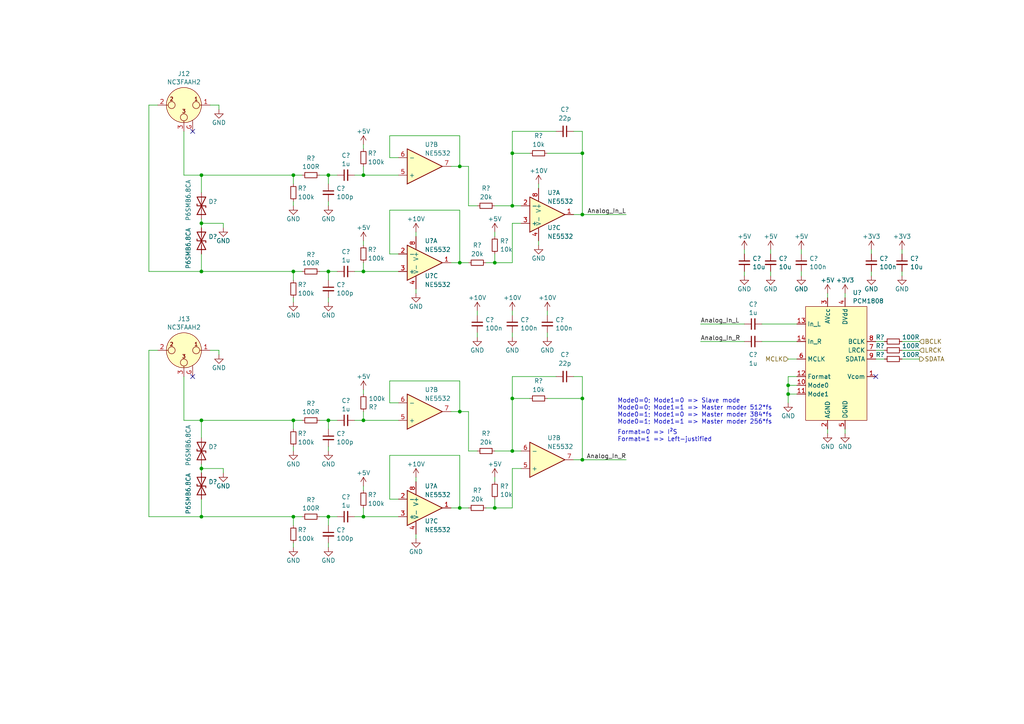
<source format=kicad_sch>
(kicad_sch (version 20230121) (generator eeschema)
  (paper "A4")
  (title_block (title "SmallDSP") (date "2023-10-12") (rev "1.1") (company "Till Heuer"))
  (junction (at 105.41 78.74))
  (junction (at 133.35 76.2))
  (junction (at 143.51 147.32))
  (junction (at 133.35 119.38))
  (junction (at 133.35 48.26))
  (junction (at 85.09 121.92))
  (junction (at 58.42 121.92))
  (junction (at 148.59 59.69))
  (junction (at 228.6 111.76))
  (junction (at 105.41 121.92))
  (junction (at 58.42 64.77))
  (junction (at 143.51 76.2))
  (junction (at 95.25 149.86))
  (junction (at 133.35 147.32))
  (junction (at 168.91 62.23))
  (junction (at 95.25 78.74))
  (junction (at 85.09 149.86))
  (junction (at 85.09 50.8))
  (junction (at 105.41 149.86))
  (junction (at 95.25 121.92))
  (junction (at 58.42 135.89))
  (junction (at 168.91 44.45))
  (junction (at 95.25 50.8))
  (junction (at 58.42 50.8))
  (junction (at 58.42 149.86))
  (junction (at 168.91 115.57))
  (junction (at 148.59 130.81))
  (junction (at 168.91 133.35))
  (junction (at 105.41 50.8))
  (junction (at 148.59 115.57))
  (junction (at 228.6 114.3))
  (junction (at 58.42 78.74))
  (junction (at 85.09 78.74))
  (junction (at 148.59 44.45))
  (no_connect (at 55.88 38.1))
  (no_connect (at 254 109.22))
  (no_connect (at 55.88 109.22))
  (wire (pts (xy 58.42 135.89) (xy 64.77 135.89)))
  (wire (pts (xy 53.34 109.22) (xy 53.34 121.92)))
  (wire (pts (xy 261.62 99.06) (xy 266.7 99.06)))
  (wire (pts (xy 120.65 138.43) (xy 120.65 139.7)))
  (wire (pts (xy 168.91 109.22) (xy 168.91 115.57)))
  (wire (pts (xy 223.52 72.39) (xy 223.52 73.66)))
  (wire (pts (xy 58.42 121.92) (xy 58.42 127)))
  (wire (pts (xy 261.62 72.39) (xy 261.62 73.66)))
  (wire (pts (xy 53.34 121.92) (xy 58.42 121.92)))
  (wire (pts (xy 220.98 93.98) (xy 231.14 93.98)))
  (wire (pts (xy 95.25 149.86) (xy 97.79 149.86)))
  (wire (pts (xy 153.67 115.57) (xy 148.59 115.57)))
  (wire (pts (xy 120.65 154.94) (xy 120.65 156.21)))
  (wire (pts (xy 153.67 44.45) (xy 148.59 44.45)))
  (wire (pts (xy 156.21 69.85) (xy 156.21 71.12)))
  (wire (pts (xy 58.42 64.77) (xy 64.77 64.77)))
  (wire (pts (xy 215.9 99.06) (xy 203.2 99.06)))
  (wire (pts (xy 85.09 50.8) (xy 85.09 53.34)))
  (wire (pts (xy 53.34 50.8) (xy 58.42 50.8)))
  (wire (pts (xy 95.25 121.92) (xy 95.25 124.46)))
  (wire (pts (xy 135.89 59.69) (xy 135.89 48.26)))
  (wire (pts (xy 143.51 67.31) (xy 143.51 68.58)))
  (wire (pts (xy 115.57 116.84) (xy 113.03 116.84)))
  (wire (pts (xy 95.25 86.36) (xy 95.25 87.63)))
  (wire (pts (xy 168.91 62.23) (xy 181.61 62.23)))
  (wire (pts (xy 58.42 64.77) (xy 58.42 66.04)))
  (wire (pts (xy 228.6 109.22) (xy 228.6 111.76)))
  (wire (pts (xy 143.51 130.81) (xy 148.59 130.81)))
  (wire (pts (xy 252.73 72.39) (xy 252.73 73.66)))
  (wire (pts (xy 95.25 50.8) (xy 95.25 53.34)))
  (wire (pts (xy 138.43 90.17) (xy 138.43 91.44)))
  (wire (pts (xy 148.59 96.52) (xy 148.59 97.79)))
  (wire (pts (xy 105.41 121.92) (xy 105.41 119.38)))
  (wire (pts (xy 87.63 50.8) (xy 85.09 50.8)))
  (wire (pts (xy 252.73 78.74) (xy 252.73 80.01)))
  (wire (pts (xy 148.59 115.57) (xy 148.59 130.81)))
  (wire (pts (xy 156.21 53.34) (xy 156.21 54.61)))
  (wire (pts (xy 58.42 50.8) (xy 58.42 55.88)))
  (wire (pts (xy 113.03 144.78) (xy 113.03 132.08)))
  (wire (pts (xy 95.25 129.54) (xy 95.25 130.81)))
  (wire (pts (xy 232.41 78.74) (xy 232.41 80.01)))
  (wire (pts (xy 158.75 115.57) (xy 168.91 115.57)))
  (wire (pts (xy 113.03 132.08) (xy 133.35 132.08)))
  (wire (pts (xy 115.57 73.66) (xy 113.03 73.66)))
  (wire (pts (xy 115.57 45.72) (xy 113.03 45.72)))
  (wire (pts (xy 133.35 110.49) (xy 133.35 119.38)))
  (wire (pts (xy 245.11 85.09) (xy 245.11 86.36)))
  (wire (pts (xy 135.89 76.2) (xy 133.35 76.2)))
  (wire (pts (xy 240.03 85.09) (xy 240.03 86.36)))
  (wire (pts (xy 254 101.6) (xy 256.54 101.6)))
  (wire (pts (xy 143.51 76.2) (xy 143.51 73.66)))
  (wire (pts (xy 133.35 147.32) (xy 130.81 147.32)))
  (wire (pts (xy 115.57 50.8) (xy 105.41 50.8)))
  (wire (pts (xy 58.42 135.89) (xy 58.42 137.16)))
  (wire (pts (xy 113.03 110.49) (xy 133.35 110.49)))
  (wire (pts (xy 58.42 149.86) (xy 85.09 149.86)))
  (wire (pts (xy 231.14 114.3) (xy 228.6 114.3)))
  (wire (pts (xy 105.41 149.86) (xy 115.57 149.86)))
  (wire (pts (xy 64.77 64.77) (xy 64.77 66.04)))
  (wire (pts (xy 95.25 149.86) (xy 95.25 152.4)))
  (wire (pts (xy 102.87 149.86) (xy 105.41 149.86)))
  (wire (pts (xy 143.51 147.32) (xy 148.59 147.32)))
  (wire (pts (xy 53.34 38.1) (xy 53.34 50.8)))
  (wire (pts (xy 113.03 39.37) (xy 133.35 39.37)))
  (wire (pts (xy 143.51 147.32) (xy 143.51 144.78)))
  (wire (pts (xy 166.37 38.1) (xy 168.91 38.1)))
  (wire (pts (xy 45.72 30.48) (xy 43.18 30.48)))
  (wire (pts (xy 95.25 121.92) (xy 97.79 121.92)))
  (wire (pts (xy 220.98 99.06) (xy 231.14 99.06)))
  (wire (pts (xy 215.9 72.39) (xy 215.9 73.66)))
  (wire (pts (xy 133.35 132.08) (xy 133.35 147.32)))
  (wire (pts (xy 92.71 121.92) (xy 95.25 121.92)))
  (wire (pts (xy 95.25 58.42) (xy 95.25 59.69)))
  (wire (pts (xy 85.09 149.86) (xy 85.09 152.4)))
  (wire (pts (xy 228.6 111.76) (xy 228.6 114.3)))
  (wire (pts (xy 231.14 109.22) (xy 228.6 109.22)))
  (wire (pts (xy 161.29 38.1) (xy 148.59 38.1)))
  (wire (pts (xy 60.96 101.6) (xy 63.5 101.6)))
  (wire (pts (xy 58.42 134.62) (xy 58.42 135.89)))
  (wire (pts (xy 113.03 73.66) (xy 113.03 60.96)))
  (wire (pts (xy 43.18 149.86) (xy 58.42 149.86)))
  (wire (pts (xy 168.91 44.45) (xy 168.91 62.23)))
  (wire (pts (xy 133.35 76.2) (xy 130.81 76.2)))
  (wire (pts (xy 168.91 38.1) (xy 168.91 44.45)))
  (wire (pts (xy 261.62 104.14) (xy 266.7 104.14)))
  (wire (pts (xy 215.9 78.74) (xy 215.9 80.01)))
  (wire (pts (xy 95.25 78.74) (xy 97.79 78.74)))
  (wire (pts (xy 133.35 119.38) (xy 130.81 119.38)))
  (wire (pts (xy 113.03 116.84) (xy 113.03 110.49)))
  (wire (pts (xy 158.75 90.17) (xy 158.75 91.44)))
  (wire (pts (xy 168.91 115.57) (xy 168.91 133.35)))
  (wire (pts (xy 215.9 93.98) (xy 203.2 93.98)))
  (wire (pts (xy 43.18 101.6) (xy 43.18 149.86)))
  (wire (pts (xy 254 99.06) (xy 256.54 99.06)))
  (wire (pts (xy 105.41 78.74) (xy 105.41 76.2)))
  (wire (pts (xy 148.59 76.2) (xy 148.59 64.77)))
  (wire (pts (xy 58.42 50.8) (xy 85.09 50.8)))
  (wire (pts (xy 133.35 60.96) (xy 133.35 76.2)))
  (wire (pts (xy 113.03 60.96) (xy 133.35 60.96)))
  (wire (pts (xy 102.87 78.74) (xy 105.41 78.74)))
  (wire (pts (xy 135.89 130.81) (xy 135.89 119.38)))
  (wire (pts (xy 261.62 101.6) (xy 266.7 101.6)))
  (wire (pts (xy 43.18 30.48) (xy 43.18 78.74)))
  (wire (pts (xy 138.43 96.52) (xy 138.43 97.79)))
  (wire (pts (xy 148.59 135.89) (xy 151.13 135.89)))
  (wire (pts (xy 120.65 83.82) (xy 120.65 85.09)))
  (wire (pts (xy 87.63 149.86) (xy 85.09 149.86)))
  (wire (pts (xy 168.91 62.23) (xy 166.37 62.23)))
  (wire (pts (xy 148.59 38.1) (xy 148.59 44.45)))
  (wire (pts (xy 143.51 138.43) (xy 143.51 139.7)))
  (wire (pts (xy 261.62 78.74) (xy 261.62 80.01)))
  (wire (pts (xy 158.75 96.52) (xy 158.75 97.79)))
  (wire (pts (xy 105.41 71.12) (xy 105.41 69.85)))
  (wire (pts (xy 113.03 45.72) (xy 113.03 39.37)))
  (wire (pts (xy 143.51 76.2) (xy 148.59 76.2)))
  (wire (pts (xy 85.09 78.74) (xy 85.09 81.28)))
  (wire (pts (xy 95.25 50.8) (xy 97.79 50.8)))
  (wire (pts (xy 148.59 90.17) (xy 148.59 91.44)))
  (wire (pts (xy 85.09 58.42) (xy 85.09 59.69)))
  (wire (pts (xy 58.42 78.74) (xy 85.09 78.74)))
  (wire (pts (xy 231.14 111.76) (xy 228.6 111.76)))
  (wire (pts (xy 232.41 72.39) (xy 232.41 73.66)))
  (wire (pts (xy 148.59 59.69) (xy 151.13 59.69)))
  (wire (pts (xy 158.75 44.45) (xy 168.91 44.45)))
  (wire (pts (xy 105.41 121.92) (xy 115.57 121.92)))
  (wire (pts (xy 133.35 39.37) (xy 133.35 48.26)))
  (wire (pts (xy 45.72 101.6) (xy 43.18 101.6)))
  (wire (pts (xy 133.35 147.32) (xy 135.89 147.32)))
  (wire (pts (xy 102.87 121.92) (xy 105.41 121.92)))
  (wire (pts (xy 135.89 48.26) (xy 133.35 48.26)))
  (wire (pts (xy 43.18 78.74) (xy 58.42 78.74)))
  (wire (pts (xy 148.59 130.81) (xy 151.13 130.81)))
  (wire (pts (xy 140.97 147.32) (xy 143.51 147.32)))
  (wire (pts (xy 105.41 50.8) (xy 105.41 48.26)))
  (wire (pts (xy 148.59 44.45) (xy 148.59 59.69)))
  (wire (pts (xy 85.09 129.54) (xy 85.09 130.81)))
  (wire (pts (xy 115.57 144.78) (xy 113.03 144.78)))
  (wire (pts (xy 166.37 109.22) (xy 168.91 109.22)))
  (wire (pts (xy 95.25 157.48) (xy 95.25 158.75)))
  (wire (pts (xy 228.6 104.14) (xy 231.14 104.14)))
  (wire (pts (xy 166.37 133.35) (xy 168.91 133.35)))
  (wire (pts (xy 148.59 109.22) (xy 148.59 115.57)))
  (wire (pts (xy 240.03 124.46) (xy 240.03 125.73)))
  (wire (pts (xy 92.71 78.74) (xy 95.25 78.74)))
  (wire (pts (xy 105.41 142.24) (xy 105.41 140.97)))
  (wire (pts (xy 161.29 109.22) (xy 148.59 109.22)))
  (wire (pts (xy 105.41 149.86) (xy 105.41 147.32)))
  (wire (pts (xy 58.42 144.78) (xy 58.42 149.86)))
  (wire (pts (xy 87.63 121.92) (xy 85.09 121.92)))
  (wire (pts (xy 138.43 59.69) (xy 135.89 59.69)))
  (wire (pts (xy 102.87 50.8) (xy 105.41 50.8)))
  (wire (pts (xy 133.35 48.26) (xy 130.81 48.26)))
  (wire (pts (xy 58.42 121.92) (xy 85.09 121.92)))
  (wire (pts (xy 60.96 30.48) (xy 63.5 30.48)))
  (wire (pts (xy 87.63 78.74) (xy 85.09 78.74)))
  (wire (pts (xy 92.71 50.8) (xy 95.25 50.8)))
  (wire (pts (xy 63.5 30.48) (xy 63.5 31.75)))
  (wire (pts (xy 148.59 147.32) (xy 148.59 135.89)))
  (wire (pts (xy 148.59 64.77) (xy 151.13 64.77)))
  (wire (pts (xy 138.43 130.81) (xy 135.89 130.81)))
  (wire (pts (xy 228.6 114.3) (xy 228.6 116.84)))
  (wire (pts (xy 92.71 149.86) (xy 95.25 149.86)))
  (wire (pts (xy 85.09 157.48) (xy 85.09 158.75)))
  (wire (pts (xy 135.89 119.38) (xy 133.35 119.38)))
  (wire (pts (xy 64.77 135.89) (xy 64.77 137.16)))
  (wire (pts (xy 58.42 63.5) (xy 58.42 64.77)))
  (wire (pts (xy 168.91 133.35) (xy 181.61 133.35)))
  (wire (pts (xy 140.97 76.2) (xy 143.51 76.2)))
  (wire (pts (xy 105.41 114.3) (xy 105.41 113.03)))
  (wire (pts (xy 85.09 121.92) (xy 85.09 124.46)))
  (wire (pts (xy 120.65 67.31) (xy 120.65 68.58)))
  (wire (pts (xy 254 104.14) (xy 256.54 104.14)))
  (wire (pts (xy 223.52 78.74) (xy 223.52 80.01)))
  (wire (pts (xy 105.41 43.18) (xy 105.41 41.91)))
  (wire (pts (xy 245.11 124.46) (xy 245.11 125.73)))
  (wire (pts (xy 105.41 78.74) (xy 115.57 78.74)))
  (wire (pts (xy 85.09 86.36) (xy 85.09 87.63)))
  (wire (pts (xy 143.51 59.69) (xy 148.59 59.69)))
  (wire (pts (xy 58.42 73.66) (xy 58.42 78.74)))
  (wire (pts (xy 63.5 101.6) (xy 63.5 102.87)))
  (wire (pts (xy 95.25 78.74) (xy 95.25 81.28)))
  (text "Mode0=0; Mode1=0 => Slave mode\nMode0=0; Mode1=1 => Master moder 512*fs\nMode0=1; Mode1=0 => Master moder 384*fs\nMode0=1; Mode1=1 => Master moder 256*fs" (at 179.07 123.19 0) (effects (font (size 1.27 1.27)) (justify left bottom)))
  (text "Format=0 => I²S\nFormat=1 => Left-justified" (at 179.07 128.27 0) (effects (font (size 1.27 1.27)) (justify left bottom)))
  (label "Analog_In_R" (at 203.2 99.06 0))
  (label "Analog_In_L" (at 181.61 62.23 180))
  (label "Analog_In_R" (at 181.61 133.35 180))
  (label "Analog_In_L" (at 203.2 93.98 0))
  (hierarchical_label "SDATA" (shape output) (at 266.7 104.14 0))
  (hierarchical_label "MCLK" (shape input) (at 228.6 104.14 180))
  (hierarchical_label "LRCK" (shape input) (at 266.7 101.6 0))
  (hierarchical_label "BCLK" (shape input) (at 266.7 99.06 0))
  (symbol (lib_id "Device:D_TVS") (at 58.42 69.85 90) (unit 1)
    (property "Reference" "D?" (at 60.452 68.6379 90) (effects (justify right)))
    (property "Value" "P6SMB6.8CA" (at 54.61 66.04 0) (effects (justify right)))
    (property "Footprint" "Diode_SMD:D_SMB" (effects hide))
    (property "Assembling" "X" (effects hide))
    (property "Manufacturer" "Brightking" (effects hide))
    (property "Part Number" "P6SMB6.8CA/TR13" (effects hide))
    (property "LCSC Part #" "C78395" (effects hide))
    (instances (project "SmallDSPDual" (path "" (reference "D?") (unit 1)) (path "" (reference "D?") (unit 1)) (path "" (reference "D9") (unit 1))))
  )
  (symbol (lib_id "Device:Opamp_Dual") (at 123.19 147.32 0) (mirror x) (unit 1)
    (property "Reference" "U?" (at 123.19 140.97 0) (effects (justify left)))
    (property "Value" "NE5532" (at 123.19 143.51 0) (effects (justify left)))
    (property "Footprint" "Package_SO:SOIC-8_3.9x4.9mm_P1.27mm" (effects hide))
    (property "Manufacturer" "Texas Instruments" (effects hide))
    (property "Part Number" "NE5532DR" (effects hide))
    (property "Assembling" "X" (effects hide))
    (property "LCSC Part #" "C7426" (effects hide))
    (instances (project "SmallDSPDual" (path "" (reference "U?") (unit 1)) (path "" (reference "U5") (unit 1))))
  )
  (symbol (lib_id "power:GND") (at 215.9 80.01 0) (unit 1)
    (property "Reference" "#PWR?" (effects hide))
    (property "Value" "GND" (at 215.9 83.82 0))
    (instances (project "SmallDSPDual" (path "" (reference "#PWR?") (unit 1)) (path "" (reference "#PWR0104") (unit 1))))
  )
  (symbol (lib_id "Device:D_TVS") (at 58.42 130.81 90) (unit 1)
    (property "Reference" "D?" (at 60.452 129.5979 90) (effects (justify right)))
    (property "Value" "P6SMB6.8CA" (at 54.61 123.19 0) (effects (justify right)))
    (property "Footprint" "Diode_SMD:D_SMB" (effects hide))
    (property "Assembling" "X" (effects hide))
    (property "Manufacturer" "Brightking" (effects hide))
    (property "Part Number" "P6SMB6.8CA/TR13" (effects hide))
    (property "LCSC Part #" "C78395" (effects hide))
    (instances (project "SmallDSPDual" (path "" (reference "D?") (unit 1)) (path "" (reference "D?") (unit 1)) (path "" (reference "D10") (unit 1))))
  )
  (symbol (lib_id "power:GND") (at 228.6 116.84 0) (unit 1)
    (property "Reference" "#PWR?" (effects hide))
    (property "Value" "GND" (at 228.6 120.65 0))
    (instances (project "SmallDSPDual" (path "" (reference "#PWR?") (unit 1)) (path "" (reference "#PWR0107") (unit 1))))
  )
  (symbol (lib_id "power:GND") (at 95.25 130.81 0) (unit 1)
    (property "Reference" "#PWR?" (effects hide))
    (property "Value" "GND" (at 95.25 134.62 0))
    (instances (project "SmallDSPDual" (path "" (reference "#PWR?") (unit 1)) (path "" (reference "#PWR083") (unit 1))))
  )
  (symbol (lib_id "Device:C_Small") (at 215.9 76.2 0) (unit 1)
    (property "Reference" "C?" (at 218.2241 74.9942 0) (effects (justify left)))
    (property "Value" "10u" (at 218.2241 77.4184 0) (effects (justify left)))
    (property "Footprint" "Capacitor_SMD:C_0603_1608Metric" (effects hide))
    (property "Dielectric" "X5R" (effects hide))
    (property "Notes" "-50%@5VDC" (effects hide))
    (property "Rated Voltage" "25V" (effects hide))
    (property "Assembling" "X" (effects hide))
    (property "Manufacturer" "Samsung Electro-Mechanics" (effects hide))
    (property "Part Number" "CL10A106MA8NRNC" (effects hide))
    (property "Tolerance" "10%" (effects hide))
    (property "LCSC Part #" "C96446" (effects hide))
    (instances (project "SmallDSPDual" (path "" (reference "C?") (unit 1)) (path "" (reference "C22") (unit 1))))
  )
  (symbol (lib_id "power:+10V") (at 120.65 67.31 0) (unit 1)
    (property "Reference" "#PWR?" (effects hide))
    (property "Value" "+10V" (at 120.65 63.5 0))
    (instances (project "SmallDSPDual" (path "" (reference "#PWR?") (unit 1)) (path "" (reference "#PWR?") (unit 1)) (path "" (reference "#PWR089") (unit 1))))
  )
  (symbol (lib_id "Device:Opamp_Dual") (at 123.19 48.26 0) (mirror x) (unit 2)
    (property "Reference" "U?" (at 123.19 41.91 0) (effects (justify left)))
    (property "Value" "NE5532" (at 123.19 44.45 0) (effects (justify left)))
    (property "Footprint" "Package_SO:SOIC-8_3.9x4.9mm_P1.27mm" (effects hide))
    (property "Manufacturer" "Texas Instruments" (effects hide))
    (property "Part Number" "NE5532DR" (effects hide))
    (property "Assembling" "X" (effects hide))
    (property "LCSC Part #" "C7426" (effects hide))
    (instances (project "SmallDSPDual" (path "" (reference "U?") (unit 2)) (path "" (reference "U4") (unit 2))))
  )
  (symbol (lib_id "power:+10V") (at 138.43 90.17 0) (unit 1)
    (property "Reference" "#PWR?" (effects hide))
    (property "Value" "+10V" (at 138.43 86.36 0))
    (instances (project "SmallDSPDual" (path "" (reference "#PWR?") (unit 1)) (path "" (reference "#PWR?") (unit 1)) (path "" (reference "#PWR093") (unit 1))))
  )
  (symbol (lib_id "Device:R_Small") (at 90.17 121.92 90) (unit 1)
    (property "Reference" "R?" (at 90.17 117.0391 90))
    (property "Value" "100R" (at 90.17 119.4633 90))
    (property "Footprint" "Resistor_SMD:R_0402_1005Metric" (effects hide))
    (property "Assembling" "X" (effects hide))
    (property "Manufacturer" "UNI-ROYAL(Uniroyal Elec)" (effects hide))
    (property "Part Number" "0402WGF1000TCE" (effects hide))
    (property "Rated Power" "62.5mW" (effects hide))
    (property "Tolerance" "1%" (effects hide))
    (property "LCSC Part #" "C25076" (effects hide))
    (instances (project "SmallDSPDual" (path "" (reference "R?") (unit 1)) (path "" (reference "R26") (unit 1))))
  )
  (symbol (lib_id "power:GND") (at 223.52 80.01 0) (unit 1)
    (property "Reference" "#PWR?" (effects hide))
    (property "Value" "GND" (at 223.52 83.82 0))
    (instances (project "SmallDSPDual" (path "" (reference "#PWR?") (unit 1)) (path "" (reference "#PWR0106") (unit 1))))
  )
  (symbol (lib_id "power:+5V") (at 143.51 138.43 0) (unit 1)
    (property "Reference" "#PWR?" (effects hide))
    (property "Value" "+5V" (at 143.51 134.62 0))
    (instances (project "SmallDSPDual" (path "" (reference "#PWR?") (unit 1)) (path "" (reference "#PWR096") (unit 1))))
  )
  (symbol (lib_id "power:+3V3") (at 245.11 85.09 0) (unit 1)
    (property "Reference" "#PWR?" (effects hide))
    (property "Value" "+3V3" (at 245.11 81.28 0))
    (instances (project "SmallDSPDual" (path "" (reference "#PWR?") (unit 1)) (path "" (reference "#PWR0112") (unit 1))))
  )
  (symbol (lib_id "power:GND") (at 85.09 59.69 0) (unit 1)
    (property "Reference" "#PWR?" (effects hide))
    (property "Value" "GND" (at 85.09 63.5 0))
    (instances (project "SmallDSPDual" (path "" (reference "#PWR?") (unit 1)) (path "" (reference "#PWR077") (unit 1))))
  )
  (symbol (lib_id "Device:R_Small") (at 143.51 142.24 180) (unit 1)
    (property "Reference" "R?" (at 145.0086 141.0279 0) (effects (justify right)))
    (property "Value" "10k" (at 145.0086 143.4521 0) (effects (justify right)))
    (property "Footprint" "Resistor_SMD:R_0402_1005Metric" (effects hide))
    (property "Assembling" "X" (effects hide))
    (property "Manufacturer" "UNI-ROYAL(Uniroyal Elec)" (effects hide))
    (property "Rated Power" "62.5mW" (effects hide))
    (property "Part Number" "0402WGF1002TCE" (effects hide))
    (property "Tolerance" "1%" (effects hide))
    (property "LCSC Part #" "C25744" (effects hide))
    (instances (project "SmallDSPDual" (path "" (reference "R?") (unit 1)) (path "" (reference "R37") (unit 1))))
  )
  (symbol (lib_id "Device:R_Small") (at 156.21 44.45 270) (unit 1)
    (property "Reference" "R?" (at 156.21 39.37 90))
    (property "Value" "10k" (at 156.21 41.91 90))
    (property "Footprint" "Resistor_SMD:R_0402_1005Metric" (effects hide))
    (property "Assembling" "X" (effects hide))
    (property "Manufacturer" "UNI-ROYAL(Uniroyal Elec)" (effects hide))
    (property "Rated Power" "62.5mW" (effects hide))
    (property "Part Number" "0402WGF1002TCE" (effects hide))
    (property "Tolerance" "1%" (effects hide))
    (property "LCSC Part #" "C25744" (effects hide))
    (instances (project "SmallDSPDual" (path "" (reference "R?") (unit 1)) (path "" (reference "R38") (unit 1))))
  )
  (symbol (lib_id "power:GND") (at 95.25 59.69 0) (unit 1)
    (property "Reference" "#PWR?" (effects hide))
    (property "Value" "GND" (at 95.25 63.5 0))
    (instances (project "SmallDSPDual" (path "" (reference "#PWR?") (unit 1)) (path "" (reference "#PWR081") (unit 1))))
  )
  (symbol (lib_id "Device:R_Small") (at 85.09 55.88 0) (mirror y) (unit 1)
    (property "Reference" "R?" (at 86.36 54.61 0) (effects (justify right)))
    (property "Value" "100k" (at 86.36 57.15 0) (effects (justify right)))
    (property "Footprint" "Resistor_SMD:R_0402_1005Metric" (effects hide))
    (property "Assembling" "X" (effects hide))
    (property "Manufacturer" "UNI-ROYAL(Uniroyal Elec)" (effects hide))
    (property "Rated Power" "62.5mW" (effects hide))
    (property "Part Number" "0402WGF1003TCE" (effects hide))
    (property "Tolerance" "1%" (effects hide))
    (property "LCSC Part #" "C25741" (effects hide))
    (instances (project "SmallDSPDual" (path "" (reference "R?") (unit 1)) (path "" (reference "R20") (unit 1))))
  )
  (symbol (lib_id "Device:R_Small") (at 85.09 154.94 0) (mirror y) (unit 1)
    (property "Reference" "R?" (at 86.36 153.67 0) (effects (justify right)))
    (property "Value" "100k" (at 86.36 156.21 0) (effects (justify right)))
    (property "Footprint" "Resistor_SMD:R_0402_1005Metric" (effects hide))
    (property "Assembling" "X" (effects hide))
    (property "Manufacturer" "UNI-ROYAL(Uniroyal Elec)" (effects hide))
    (property "Rated Power" "62.5mW" (effects hide))
    (property "Part Number" "0402WGF1003TCE" (effects hide))
    (property "Tolerance" "1%" (effects hide))
    (property "LCSC Part #" "C25741" (effects hide))
    (instances (project "SmallDSPDual" (path "" (reference "R?") (unit 1)) (path "" (reference "R23") (unit 1))))
  )
  (symbol (lib_id "power:GND") (at 240.03 125.73 0) (unit 1)
    (property "Reference" "#PWR?" (effects hide))
    (property "Value" "GND" (at 240.03 129.54 0))
    (instances (project "SmallDSPDual" (path "" (reference "#PWR?") (unit 1)) (path "" (reference "#PWR0111") (unit 1))))
  )
  (symbol (lib_id "Device:C_Small") (at 158.75 93.98 0) (unit 1)
    (property "Reference" "C?" (at 161.0741 92.7742 0) (effects (justify left)))
    (property "Value" "100n" (at 161.0741 95.1984 0) (effects (justify left)))
    (property "Footprint" "Capacitor_SMD:C_0402_1005Metric" (effects hide))
    (property "Dielectric" "X7R" (effects hide))
    (property "Notes" "-25%@10VDC" (effects hide))
    (property "Rated Voltage" "50V" (effects hide))
    (property "Assembling" "X" (effects hide))
    (property "Manufacturer" "Samsung Electro-Mechanics" (effects hide))
    (property "Part Number" "CL05B104KB54PNC" (effects hide))
    (property "Tolerance" "10%" (effects hide))
    (property "LCSC Part #" "C307331" (effects hide))
    (instances (project "SmallDSPDual" (path "" (reference "C?") (unit 1)) (path "" (reference "C19") (unit 1))))
  )
  (symbol (lib_id "1_Project_Symbols:PCM1808") (at 242.57 105.41 0) (unit 1)
    (property "Reference" "U?" (at 247.3041 84.8827 0) (effects (justify left)))
    (property "Value" "PCM1808" (at 247.3041 87.3069 0) (effects (justify left)))
    (property "Footprint" "Package_SO:TSSOP-14_4.4x5mm_P0.65mm" (effects hide))
    (property "Datasheet" "https://www.ti.com/lit/ds/symlink/pcm1808.pdf?HQS=dis-mous-null-mousermode-dsf-pf-null-wwe&ts=1693749871729&ref_url=https%253A%252F%252Fwww.mouser.de%252F" (effects hide))
    (property "Manufacturer" "Texas Instruments" (effects hide))
    (property "Part Number" "PCM1808PWR" (effects hide))
    (instances (project "SmallDSPDual" (path "" (reference "U?") (unit 1)) (path "" (reference "U7") (unit 1))))
  )
  (symbol (lib_id "Device:R_Small") (at 140.97 130.81 270) (unit 1)
    (property "Reference" "R?" (at 140.97 125.73 90))
    (property "Value" "20k" (at 140.97 128.27 90))
    (property "Footprint" "Resistor_SMD:R_0402_1005Metric" (effects hide))
    (property "Assembling" "X" (effects hide))
    (property "Manufacturer" "UNI-ROYAL(Uniroyal Elec)" (effects hide))
    (property "Rated Power" "62.5mW" (effects hide))
    (property "Part Number" "0402WGF2002TCE" (effects hide))
    (property "Tolerance" "1%" (effects hide))
    (property "LCSC Part #" "C25765" (effects hide))
    (instances (project "SmallDSPDual" (path "" (reference "R?") (unit 1)) (path "" (reference "R35") (unit 1))))
  )
  (symbol (lib_id "Device:C_Small") (at 100.33 78.74 90) (unit 1)
    (property "Reference" "C?" (at 100.3363 73.0336 90))
    (property "Value" "1u" (at 100.3363 75.4578 90))
    (property "Footprint" "Capacitor_SMD:C_1206_3216Metric" (effects hide))
    (property "Dielectric" "X7R" (effects hide))
    (property "Rated Voltage" "50V" (effects hide))
    (property "Assembling" "X" (effects hide))
    (property "Manufacturer" "Samsung Electro-Mechanics" (effects hide))
    (property "Part Number" "CL31B105KBHNNNE" (effects hide))
    (property "Tolerance" "10%" (effects hide))
    (property "LCSC Part #" "C1848" (effects hide))
    (instances (project "SmallDSPDual" (path "" (reference "C?") (unit 1)) (path "" (reference "C14") (unit 1))))
  )
  (symbol (lib_id "Device:C_Small") (at 223.52 76.2 0) (unit 1)
    (property "Reference" "C?" (at 225.8441 74.9942 0) (effects (justify left)))
    (property "Value" "10u" (at 225.8441 77.4184 0) (effects (justify left)))
    (property "Footprint" "Capacitor_SMD:C_0603_1608Metric" (effects hide))
    (property "Dielectric" "X5R" (effects hide))
    (property "Notes" "-50%@5VDC" (effects hide))
    (property "Rated Voltage" "25V" (effects hide))
    (property "Assembling" "X" (effects hide))
    (property "Manufacturer" "Samsung Electro-Mechanics" (effects hide))
    (property "Part Number" "CL10A106MA8NRNC" (effects hide))
    (property "Tolerance" "10%" (effects hide))
    (property "LCSC Part #" "C96446" (effects hide))
    (instances (project "SmallDSPDual" (path "" (reference "C?") (unit 1)) (path "" (reference "C25") (unit 1))))
  )
  (symbol (lib_id "power:GND") (at 64.77 66.04 0) (unit 1)
    (property "Reference" "#PWR?" (effects hide))
    (property "Value" "GND" (at 64.77 69.85 0))
    (instances (project "SmallDSPDual" (path "" (reference "#PWR?") (unit 1)) (path "" (reference "#PWR?") (unit 1)) (path "" (reference "#PWR075") (unit 1))))
  )
  (symbol (lib_id "Device:Opamp_Dual") (at 123.19 76.2 0) (unit 3)
    (property "Reference" "U?" (at 123.19 80.01 0) (effects (justify left)))
    (property "Value" "NE5532" (at 123.19 82.55 0) (effects (justify left)))
    (property "Footprint" "Package_SO:SOIC-8_3.9x4.9mm_P1.27mm" (effects hide))
    (property "Manufacturer" "Texas Instruments" (effects hide))
    (property "Part Number" "NE5532DR" (effects hide))
    (property "Assembling" "X" (effects hide))
    (property "LCSC Part #" "C7426" (effects hide))
    (instances (project "SmallDSPDual" (path "" (reference "U?") (unit 3)) (path "" (reference "U4") (unit 3))))
  )
  (symbol (lib_id "power:+5V") (at 240.03 85.09 0) (unit 1)
    (property "Reference" "#PWR?" (effects hide))
    (property "Value" "+5V" (at 240.03 81.28 0))
    (instances (project "SmallDSPDual" (path "" (reference "#PWR?") (unit 1)) (path "" (reference "#PWR0110") (unit 1))))
  )
  (symbol (lib_id "power:+10V") (at 156.21 53.34 0) (unit 1)
    (property "Reference" "#PWR?" (effects hide))
    (property "Value" "+10V" (at 156.21 49.53 0))
    (instances (project "SmallDSPDual" (path "" (reference "#PWR?") (unit 1)) (path "" (reference "#PWR?") (unit 1)) (path "" (reference "#PWR099") (unit 1))))
  )
  (symbol (lib_id "Device:Opamp_Dual") (at 123.19 76.2 0) (mirror x) (unit 1)
    (property "Reference" "U?" (at 123.19 69.85 0) (effects (justify left)))
    (property "Value" "NE5532" (at 123.19 72.39 0) (effects (justify left)))
    (property "Footprint" "Package_SO:SOIC-8_3.9x4.9mm_P1.27mm" (effects hide))
    (property "Manufacturer" "Texas Instruments" (effects hide))
    (property "Part Number" "NE5532DR" (effects hide))
    (property "Assembling" "X" (effects hide))
    (property "LCSC Part #" "C7426" (effects hide))
    (instances (project "SmallDSPDual" (path "" (reference "U?") (unit 1)) (path "" (reference "U4") (unit 1))))
  )
  (symbol (lib_id "Device:C_Small") (at 95.25 55.88 0) (unit 1)
    (property "Reference" "C?" (at 97.5741 54.6742 0) (effects (justify left)))
    (property "Value" "100p" (at 97.5741 57.0984 0) (effects (justify left)))
    (property "Footprint" "Capacitor_SMD:C_0402_1005Metric" (effects hide))
    (property "Dielectric" "C0G" (effects hide))
    (property "Rated Voltage" "50V" (effects hide))
    (property "Assembling" "X" (effects hide))
    (property "Manufacturer" "FH (Guangdong Fenghua Advanced Tech)" (effects hide))
    (property "Part Number" "0402CG101J500NT" (effects hide))
    (property "Tolerance" "5%" (effects hide))
    (property "LCSC Part #" "C1546" (effects hide))
    (instances (project "SmallDSPDual" (path "" (reference "C?") (unit 1)) (path "" (reference "C9") (unit 1))))
  )
  (symbol (lib_id "Device:Opamp_Dual") (at 123.19 119.38 0) (mirror x) (unit 2)
    (property "Reference" "U?" (at 123.19 113.03 0) (effects (justify left)))
    (property "Value" "NE5532" (at 123.19 115.57 0) (effects (justify left)))
    (property "Footprint" "Package_SO:SOIC-8_3.9x4.9mm_P1.27mm" (effects hide))
    (property "Manufacturer" "Texas Instruments" (effects hide))
    (property "Part Number" "NE5532DR" (effects hide))
    (property "Assembling" "X" (effects hide))
    (property "LCSC Part #" "C7426" (effects hide))
    (instances (project "SmallDSPDual" (path "" (reference "U?") (unit 2)) (path "" (reference "U5") (unit 2))))
  )
  (symbol (lib_id "Device:R_Small") (at 259.08 104.14 90) (unit 1)
    (property "Reference" "R?" (at 255.27 102.87 90))
    (property "Value" "100R" (at 264.16 102.87 90))
    (property "Footprint" "Resistor_SMD:R_0402_1005Metric" (effects hide))
    (property "Assembling" "X" (effects hide))
    (property "Manufacturer" "UNI-ROYAL(Uniroyal Elec)" (effects hide))
    (property "Part Number" "0402WGF1000TCE" (effects hide))
    (property "Rated Power" "62.5mW" (effects hide))
    (property "Tolerance" "1%" (effects hide))
    (property "LCSC Part #" "C25076" (effects hide))
    (instances (project "SmallDSPDual" (path "" (reference "R?") (unit 1)) (path "" (reference "R42") (unit 1))))
  )
  (symbol (lib_id "Device:Opamp_Dual") (at 158.75 133.35 0) (mirror x) (unit 2)
    (property "Reference" "U?" (at 158.75 127 0) (effects (justify left)))
    (property "Value" "NE5532" (at 158.75 129.54 0) (effects (justify left)))
    (property "Footprint" "Package_SO:SOIC-8_3.9x4.9mm_P1.27mm" (effects hide))
    (property "Manufacturer" "Texas Instruments" (effects hide))
    (property "Part Number" "NE5532DR" (effects hide))
    (property "Assembling" "X" (effects hide))
    (property "LCSC Part #" "C7426" (effects hide))
    (instances (project "SmallDSPDual" (path "" (reference "U?") (unit 2)) (path "" (reference "U6") (unit 2))))
  )
  (symbol (lib_id "Device:R_Small") (at 90.17 50.8 270) (mirror x) (unit 1)
    (property "Reference" "R?" (at 90.17 45.9191 90))
    (property "Value" "100R" (at 90.17 48.3433 90))
    (property "Footprint" "Resistor_SMD:R_0402_1005Metric" (effects hide))
    (property "Assembling" "X" (effects hide))
    (property "Manufacturer" "UNI-ROYAL(Uniroyal Elec)" (effects hide))
    (property "Rated Power" "62.5mW" (effects hide))
    (property "Part Number" "0402WGF1000TCE" (effects hide))
    (property "Tolerance" "1%" (effects hide))
    (property "LCSC Part #" "C25076" (effects hide))
    (instances (project "SmallDSPDual" (path "" (reference "R?") (unit 1)) (path "" (reference "R24") (unit 1))))
  )
  (symbol (lib_id "Device:C_Small") (at 100.33 121.92 90) (unit 1)
    (property "Reference" "C?" (at 100.3363 116.2136 90))
    (property "Value" "1u" (at 100.3363 118.6378 90))
    (property "Footprint" "Capacitor_SMD:C_1206_3216Metric" (effects hide))
    (property "Dielectric" "X7R" (effects hide))
    (property "Rated Voltage" "50V" (effects hide))
    (property "Assembling" "X" (effects hide))
    (property "Manufacturer" "Samsung Electro-Mechanics" (effects hide))
    (property "Part Number" "CL31B105KBHNNNE" (effects hide))
    (property "Tolerance" "10%" (effects hide))
    (property "LCSC Part #" "C1848" (effects hide))
    (instances (project "SmallDSPDual" (path "" (reference "C?") (unit 1)) (path "" (reference "C15") (unit 1))))
  )
  (symbol (lib_id "power:+5V") (at 105.41 113.03 0) (unit 1)
    (property "Reference" "#PWR?" (effects hide))
    (property "Value" "+5V" (at 105.41 109.22 0))
    (instances (project "SmallDSPDual" (path "" (reference "#PWR?") (unit 1)) (path "" (reference "#PWR087") (unit 1))))
  )
  (symbol (lib_id "Device:R_Small") (at 259.08 101.6 90) (unit 1)
    (property "Reference" "R?" (at 255.27 100.33 90))
    (property "Value" "100R" (at 264.16 100.33 90))
    (property "Footprint" "Resistor_SMD:R_0402_1005Metric" (effects hide))
    (property "Assembling" "X" (effects hide))
    (property "Manufacturer" "UNI-ROYAL(Uniroyal Elec)" (effects hide))
    (property "Part Number" "0402WGF1000TCE" (effects hide))
    (property "Rated Power" "62.5mW" (effects hide))
    (property "Tolerance" "1%" (effects hide))
    (property "LCSC Part #" "C25076" (effects hide))
    (instances (project "SmallDSPDual" (path "" (reference "R?") (unit 1)) (path "" (reference "R41") (unit 1))))
  )
  (symbol (lib_id "power:GND") (at 85.09 130.81 0) (unit 1)
    (property "Reference" "#PWR?" (effects hide))
    (property "Value" "GND" (at 85.09 134.62 0))
    (instances (project "SmallDSPDual" (path "" (reference "#PWR?") (unit 1)) (path "" (reference "#PWR079") (unit 1))))
  )
  (symbol (lib_id "power:GND") (at 120.65 156.21 0) (unit 1)
    (property "Reference" "#PWR?" (effects hide))
    (property "Value" "GND" (at 120.65 160.02 0))
    (instances (project "SmallDSPDual" (path "" (reference "#PWR?") (unit 1)) (path "" (reference "#PWR092") (unit 1))))
  )
  (symbol (lib_id "Device:C_Small") (at 148.59 93.98 0) (unit 1)
    (property "Reference" "C?" (at 150.9141 92.7742 0) (effects (justify left)))
    (property "Value" "100n" (at 150.9141 95.1984 0) (effects (justify left)))
    (property "Footprint" "Capacitor_SMD:C_0402_1005Metric" (effects hide))
    (property "Dielectric" "X7R" (effects hide))
    (property "Notes" "-25%@10VDC" (effects hide))
    (property "Rated Voltage" "50V" (effects hide))
    (property "Assembling" "X" (effects hide))
    (property "Manufacturer" "Samsung Electro-Mechanics" (effects hide))
    (property "Part Number" "CL05B104KB54PNC" (effects hide))
    (property "Tolerance" "10%" (effects hide))
    (property "LCSC Part #" "C307331" (effects hide))
    (instances (project "SmallDSPDual" (path "" (reference "C?") (unit 1)) (path "" (reference "C18") (unit 1))))
  )
  (symbol (lib_id "power:GND") (at 138.43 97.79 0) (unit 1)
    (property "Reference" "#PWR?" (effects hide))
    (property "Value" "GND" (at 138.43 101.6 0))
    (instances (project "SmallDSPDual" (path "" (reference "#PWR?") (unit 1)) (path "" (reference "#PWR094") (unit 1))))
  )
  (symbol (lib_id "power:GND") (at 64.77 137.16 0) (unit 1)
    (property "Reference" "#PWR?" (effects hide))
    (property "Value" "GND" (at 64.77 140.97 0))
    (instances (project "SmallDSPDual" (path "" (reference "#PWR?") (unit 1)) (path "" (reference "#PWR?") (unit 1)) (path "" (reference "#PWR076") (unit 1))))
  )
  (symbol (lib_id "power:GND") (at 148.59 97.79 0) (unit 1)
    (property "Reference" "#PWR?" (effects hide))
    (property "Value" "GND" (at 148.59 101.6 0))
    (instances (project "SmallDSPDual" (path "" (reference "#PWR?") (unit 1)) (path "" (reference "#PWR098") (unit 1))))
  )
  (symbol (lib_id "Device:R_Small") (at 105.41 45.72 0) (mirror y) (unit 1)
    (property "Reference" "R?" (at 106.68 44.45 0) (effects (justify right)))
    (property "Value" "100k" (at 106.68 46.99 0) (effects (justify right)))
    (property "Footprint" "Resistor_SMD:R_0402_1005Metric" (effects hide))
    (property "Assembling" "X" (effects hide))
    (property "Manufacturer" "UNI-ROYAL(Uniroyal Elec)" (effects hide))
    (property "Rated Power" "62.5mW" (effects hide))
    (property "Part Number" "0402WGF1003TCE" (effects hide))
    (property "Tolerance" "1%" (effects hide))
    (property "LCSC Part #" "C25741" (effects hide))
    (instances (project "SmallDSPDual" (path "" (reference "R?") (unit 1)) (path "" (reference "R28") (unit 1))))
  )
  (symbol (lib_id "power:GND") (at 95.25 87.63 0) (unit 1)
    (property "Reference" "#PWR?" (effects hide))
    (property "Value" "GND" (at 95.25 91.44 0))
    (instances (project "SmallDSPDual" (path "" (reference "#PWR?") (unit 1)) (path "" (reference "#PWR082") (unit 1))))
  )
  (symbol (lib_id "Device:R_Small") (at 90.17 78.74 90) (unit 1)
    (property "Reference" "R?" (at 90.17 73.8591 90))
    (property "Value" "100R" (at 90.17 76.2833 90))
    (property "Footprint" "Resistor_SMD:R_0402_1005Metric" (effects hide))
    (property "Assembling" "X" (effects hide))
    (property "Manufacturer" "UNI-ROYAL(Uniroyal Elec)" (effects hide))
    (property "Rated Power" "62.5mW" (effects hide))
    (property "Part Number" "0402WGF1000TCE" (effects hide))
    (property "Tolerance" "1%" (effects hide))
    (property "LCSC Part #" "C25076" (effects hide))
    (instances (project "SmallDSPDual" (path "" (reference "R?") (unit 1)) (path "" (reference "R25") (unit 1))))
  )
  (symbol (lib_id "Device:C_Small") (at 218.44 93.98 90) (unit 1)
    (property "Reference" "C?" (at 218.4463 88.2736 90))
    (property "Value" "1u" (at 218.4463 90.6978 90))
    (property "Footprint" "Capacitor_SMD:C_1206_3216Metric" (effects hide))
    (property "Dielectric" "X7R" (effects hide))
    (property "Rated Voltage" "50V" (effects hide))
    (property "Assembling" "X" (effects hide))
    (property "Manufacturer" "Samsung Electro-Mechanics" (effects hide))
    (property "Part Number" "CL31B105KBHNNNE" (effects hide))
    (property "Tolerance" "10%" (effects hide))
    (property "LCSC Part #" "C1848" (effects hide))
    (instances (project "SmallDSPDual" (path "" (reference "C?") (unit 1)) (path "" (reference "C23") (unit 1))))
  )
  (symbol (lib_id "Connector_Audio:NC3FAAH2") (at 53.34 101.6 0) (mirror y) (unit 1)
    (property "Reference" "J13" (at 53.34 92.5027 0))
    (property "Value" "NC3FAAH2" (at 53.34 94.9269 0))
    (property "Footprint" "Connector_Audio:Jack_XLR_Neutrik_NC3FAAH2_Horizontal" (effects hide))
    (property "Datasheet" "https://www.neutrik.com/en/product/nc3faah2" (effects hide))
    (property "Manufacturer" "Neutrik" (effects hide))
    (property "Part Number" "NC3FAAH2" (effects hide))
  )
  (symbol (lib_id "power:GND") (at 245.11 125.73 0) (unit 1)
    (property "Reference" "#PWR?" (effects hide))
    (property "Value" "GND" (at 245.11 129.54 0))
    (instances (project "SmallDSPDual" (path "" (reference "#PWR?") (unit 1)) (path "" (reference "#PWR0113") (unit 1))))
  )
  (symbol (lib_id "power:+3V3") (at 252.73 72.39 0) (unit 1)
    (property "Reference" "#PWR?" (effects hide))
    (property "Value" "+3V3" (at 252.73 68.58 0))
    (instances (project "SmallDSPDual" (path "" (reference "#PWR?") (unit 1)) (path "" (reference "#PWR0114") (unit 1))))
  )
  (symbol (lib_id "Device:C_Small") (at 163.83 109.22 270) (unit 1)
    (property "Reference" "C?" (at 163.8236 102.87 90))
    (property "Value" "22p" (at 163.8236 105.41 90))
    (property "Footprint" "Capacitor_SMD:C_0402_1005Metric" (effects hide))
    (property "Manufacturer" "FH (Guangdong Fenghua Advanced Tech)" (effects hide))
    (property "Part Number" "0402CG220J500NT" (effects hide))
    (property "Dielectric" "C0G" (effects hide))
    (property "Rated Voltage" "50V" (effects hide))
    (property "Tolerance" "5%" (effects hide))
    (property "Assembling" "X" (effects hide))
    (property "LCSC Part #" "C1555" (effects hide))
    (instances (project "BluetoothAudio" (path "" (reference "C?") (unit 1))) (project "SmallDSPDual" (path "" (reference "C?") (unit 1)) (path "" (reference "C21") (unit 1))) (project "Active_Monitor_Router" (path "" (reference "C?") (unit 1)) (path "" (reference "C?") (unit 1)) (path "" (reference "C?") (unit 1))))
  )
  (symbol (lib_id "Device:Opamp_Dual") (at 123.19 147.32 0) (unit 3)
    (property "Reference" "U?" (at 123.19 151.13 0) (effects (justify left)))
    (property "Value" "NE5532" (at 123.19 153.67 0) (effects (justify left)))
    (property "Footprint" "Package_SO:SOIC-8_3.9x4.9mm_P1.27mm" (effects hide))
    (property "Manufacturer" "Texas Instruments" (effects hide))
    (property "Part Number" "NE5532DR" (effects hide))
    (property "Assembling" "X" (effects hide))
    (property "LCSC Part #" "C7426" (effects hide))
    (instances (project "SmallDSPDual" (path "" (reference "U?") (unit 3)) (path "" (reference "U5") (unit 3))))
  )
  (symbol (lib_id "Device:D_TVS") (at 58.42 140.97 90) (unit 1)
    (property "Reference" "D?" (at 60.452 139.7579 90) (effects (justify right)))
    (property "Value" "P6SMB6.8CA" (at 54.61 137.16 0) (effects (justify right)))
    (property "Footprint" "Diode_SMD:D_SMB" (effects hide))
    (property "Assembling" "X" (effects hide))
    (property "Manufacturer" "Brightking" (effects hide))
    (property "Part Number" "P6SMB6.8CA/TR13" (effects hide))
    (property "LCSC Part #" "C78395" (effects hide))
    (instances (project "SmallDSPDual" (path "" (reference "D?") (unit 1)) (path "" (reference "D?") (unit 1)) (path "" (reference "D11") (unit 1))))
  )
  (symbol (lib_id "Device:R_Small") (at 143.51 71.12 180) (unit 1)
    (property "Reference" "R?" (at 145.0086 69.9079 0) (effects (justify right)))
    (property "Value" "10k" (at 145.0086 72.3321 0) (effects (justify right)))
    (property "Footprint" "Resistor_SMD:R_0402_1005Metric" (effects hide))
    (property "Assembling" "X" (effects hide))
    (property "Manufacturer" "UNI-ROYAL(Uniroyal Elec)" (effects hide))
    (property "Rated Power" "62.5mW" (effects hide))
    (property "Part Number" "0402WGF1002TCE" (effects hide))
    (property "Tolerance" "1%" (effects hide))
    (property "LCSC Part #" "C25744" (effects hide))
    (instances (project "SmallDSPDual" (path "" (reference "R?") (unit 1)) (path "" (reference "R36") (unit 1))))
  )
  (symbol (lib_id "Device:R_Small") (at 156.21 115.57 270) (unit 1)
    (property "Reference" "R?" (at 156.21 110.49 90))
    (property "Value" "10k" (at 156.21 113.03 90))
    (property "Footprint" "Resistor_SMD:R_0402_1005Metric" (effects hide))
    (property "Assembling" "X" (effects hide))
    (property "Manufacturer" "UNI-ROYAL(Uniroyal Elec)" (effects hide))
    (property "Rated Power" "62.5mW" (effects hide))
    (property "Part Number" "0402WGF1002TCE" (effects hide))
    (property "Tolerance" "1%" (effects hide))
    (property "LCSC Part #" "C25744" (effects hide))
    (instances (project "SmallDSPDual" (path "" (reference "R?") (unit 1)) (path "" (reference "R39") (unit 1))))
  )
  (symbol (lib_id "Device:R_Small") (at 85.09 127 0) (mirror y) (unit 1)
    (property "Reference" "R?" (at 86.36 125.73 0) (effects (justify right)))
    (property "Value" "100k" (at 86.36 128.27 0) (effects (justify right)))
    (property "Footprint" "Resistor_SMD:R_0402_1005Metric" (effects hide))
    (property "Assembling" "X" (effects hide))
    (property "Manufacturer" "UNI-ROYAL(Uniroyal Elec)" (effects hide))
    (property "Rated Power" "62.5mW" (effects hide))
    (property "Part Number" "0402WGF1003TCE" (effects hide))
    (property "Tolerance" "1%" (effects hide))
    (property "LCSC Part #" "C25741" (effects hide))
    (instances (project "SmallDSPDual" (path "" (reference "R?") (unit 1)) (path "" (reference "R22") (unit 1))))
  )
  (symbol (lib_id "power:+3V3") (at 261.62 72.39 0) (unit 1)
    (property "Reference" "#PWR?" (effects hide))
    (property "Value" "+3V3" (at 261.62 68.58 0))
    (instances (project "SmallDSPDual" (path "" (reference "#PWR?") (unit 1)) (path "" (reference "#PWR0116") (unit 1))))
  )
  (symbol (lib_id "power:+5V") (at 105.41 41.91 0) (unit 1)
    (property "Reference" "#PWR?" (effects hide))
    (property "Value" "+5V" (at 105.41 38.1 0))
    (instances (project "SmallDSPDual" (path "" (reference "#PWR?") (unit 1)) (path "" (reference "#PWR085") (unit 1))))
  )
  (symbol (lib_id "power:+5V") (at 232.41 72.39 0) (unit 1)
    (property "Reference" "#PWR?" (effects hide))
    (property "Value" "+5V" (at 232.41 68.58 0))
    (instances (project "SmallDSPDual" (path "" (reference "#PWR?") (unit 1)) (path "" (reference "#PWR0108") (unit 1))))
  )
  (symbol (lib_id "power:GND") (at 85.09 87.63 0) (unit 1)
    (property "Reference" "#PWR?" (effects hide))
    (property "Value" "GND" (at 85.09 91.44 0))
    (instances (project "SmallDSPDual" (path "" (reference "#PWR?") (unit 1)) (path "" (reference "#PWR078") (unit 1))))
  )
  (symbol (lib_id "power:GND") (at 252.73 80.01 0) (unit 1)
    (property "Reference" "#PWR?" (effects hide))
    (property "Value" "GND" (at 252.73 83.82 0))
    (instances (project "SmallDSPDual" (path "" (reference "#PWR?") (unit 1)) (path "" (reference "#PWR0115") (unit 1))))
  )
  (symbol (lib_id "Device:C_Small") (at 218.44 99.06 90) (mirror x) (unit 1)
    (property "Reference" "C?" (at 218.44 102.87 90))
    (property "Value" "1u" (at 218.44 105.41 90))
    (property "Footprint" "Capacitor_SMD:C_1206_3216Metric" (effects hide))
    (property "Dielectric" "X7R" (effects hide))
    (property "Rated Voltage" "50V" (effects hide))
    (property "Assembling" "X" (effects hide))
    (property "Manufacturer" "Samsung Electro-Mechanics" (effects hide))
    (property "Part Number" "CL31B105KBHNNNE" (effects hide))
    (property "Tolerance" "10%" (effects hide))
    (property "LCSC Part #" "C1848" (effects hide))
    (instances (project "SmallDSPDual" (path "" (reference "C?") (unit 1)) (path "" (reference "C24") (unit 1))))
  )
  (symbol (lib_id "Device:C_Small") (at 163.83 38.1 270) (unit 1)
    (property "Reference" "C?" (at 163.8236 31.75 90))
    (property "Value" "22p" (at 163.8236 34.29 90))
    (property "Footprint" "Capacitor_SMD:C_0402_1005Metric" (effects hide))
    (property "Manufacturer" "FH (Guangdong Fenghua Advanced Tech)" (effects hide))
    (property "Part Number" "0402CG220J500NT" (effects hide))
    (property "Dielectric" "C0G" (effects hide))
    (property "Rated Voltage" "50V" (effects hide))
    (property "Tolerance" "5%" (effects hide))
    (property "Assembling" "X" (effects hide))
    (property "LCSC Part #" "C1555" (effects hide))
    (instances (project "BluetoothAudio" (path "" (reference "C?") (unit 1))) (project "SmallDSPDual" (path "" (reference "C?") (unit 1)) (path "" (reference "C20") (unit 1))) (project "Active_Monitor_Router" (path "" (reference "C?") (unit 1)) (path "" (reference "C?") (unit 1)) (path "" (reference "C?") (unit 1))))
  )
  (symbol (lib_id "power:+5V") (at 105.41 69.85 0) (unit 1)
    (property "Reference" "#PWR?" (effects hide))
    (property "Value" "+5V" (at 105.41 66.04 0))
    (instances (project "SmallDSPDual" (path "" (reference "#PWR?") (unit 1)) (path "" (reference "#PWR086") (unit 1))))
  )
  (symbol (lib_id "Device:Opamp_Dual") (at 158.75 62.23 0) (unit 3)
    (property "Reference" "U?" (at 158.75 66.04 0) (effects (justify left)))
    (property "Value" "NE5532" (at 158.75 68.58 0) (effects (justify left)))
    (property "Footprint" "Package_SO:SOIC-8_3.9x4.9mm_P1.27mm" (effects hide))
    (property "Manufacturer" "Texas Instruments" (effects hide))
    (property "Part Number" "NE5532DR" (effects hide))
    (property "Assembling" "X" (effects hide))
    (property "LCSC Part #" "C7426" (effects hide))
    (instances (project "SmallDSPDual" (path "" (reference "U?") (unit 3)) (path "" (reference "U6") (unit 3))))
  )
  (symbol (lib_id "power:+5V") (at 223.52 72.39 0) (unit 1)
    (property "Reference" "#PWR?" (effects hide))
    (property "Value" "+5V" (at 223.52 68.58 0))
    (instances (project "SmallDSPDual" (path "" (reference "#PWR?") (unit 1)) (path "" (reference "#PWR0105") (unit 1))))
  )
  (symbol (lib_id "Device:R_Small") (at 140.97 59.69 270) (unit 1)
    (property "Reference" "R?" (at 140.97 54.61 90))
    (property "Value" "20k" (at 140.97 57.15 90))
    (property "Footprint" "Resistor_SMD:R_0402_1005Metric" (effects hide))
    (property "Assembling" "X" (effects hide))
    (property "Manufacturer" "UNI-ROYAL(Uniroyal Elec)" (effects hide))
    (property "Rated Power" "62.5mW" (effects hide))
    (property "Part Number" "0402WGF2002TCE" (effects hide))
    (property "Tolerance" "1%" (effects hide))
    (property "LCSC Part #" "C25765" (effects hide))
    (instances (project "SmallDSPDual" (path "" (reference "R?") (unit 1)) (path "" (reference "R34") (unit 1))))
  )
  (symbol (lib_id "Device:C_Small") (at 138.43 93.98 0) (unit 1)
    (property "Reference" "C?" (at 140.7541 92.7742 0) (effects (justify left)))
    (property "Value" "100n" (at 140.7541 95.1984 0) (effects (justify left)))
    (property "Footprint" "Capacitor_SMD:C_0402_1005Metric" (effects hide))
    (property "Dielectric" "X7R" (effects hide))
    (property "Notes" "-25%@10VDC" (effects hide))
    (property "Rated Voltage" "50V" (effects hide))
    (property "Assembling" "X" (effects hide))
    (property "Manufacturer" "Samsung Electro-Mechanics" (effects hide))
    (property "Part Number" "CL05B104KB54PNC" (effects hide))
    (property "Tolerance" "10%" (effects hide))
    (property "LCSC Part #" "C307331" (effects hide))
    (instances (project "SmallDSPDual" (path "" (reference "C?") (unit 1)) (path "" (reference "C17") (unit 1))))
  )
  (symbol (lib_id "power:+5V") (at 105.41 140.97 0) (unit 1)
    (property "Reference" "#PWR?" (effects hide))
    (property "Value" "+5V" (at 105.41 137.16 0))
    (instances (project "SmallDSPDual" (path "" (reference "#PWR?") (unit 1)) (path "" (reference "#PWR088") (unit 1))))
  )
  (symbol (lib_id "Device:C_Small") (at 95.25 83.82 0) (unit 1)
    (property "Reference" "C?" (at 97.5741 82.6142 0) (effects (justify left)))
    (property "Value" "100p" (at 97.5741 85.0384 0) (effects (justify left)))
    (property "Footprint" "Capacitor_SMD:C_0402_1005Metric" (effects hide))
    (property "Dielectric" "C0G" (effects hide))
    (property "Rated Voltage" "50V" (effects hide))
    (property "Assembling" "X" (effects hide))
    (property "Manufacturer" "FH (Guangdong Fenghua Advanced Tech)" (effects hide))
    (property "Part Number" "0402CG101J500NT" (effects hide))
    (property "Tolerance" "5%" (effects hide))
    (property "LCSC Part #" "C1546" (effects hide))
    (instances (project "SmallDSPDual" (path "" (reference "C?") (unit 1)) (path "" (reference "C10") (unit 1))))
  )
  (symbol (lib_id "power:GND") (at 158.75 97.79 0) (unit 1)
    (property "Reference" "#PWR?" (effects hide))
    (property "Value" "GND" (at 158.75 101.6 0))
    (instances (project "SmallDSPDual" (path "" (reference "#PWR?") (unit 1)) (path "" (reference "#PWR0102") (unit 1))))
  )
  (symbol (lib_id "Device:C_Small") (at 95.25 127 0) (unit 1)
    (property "Reference" "C?" (at 97.5741 125.7942 0) (effects (justify left)))
    (property "Value" "100p" (at 97.5741 128.2184 0) (effects (justify left)))
    (property "Footprint" "Capacitor_SMD:C_0402_1005Metric" (effects hide))
    (property "Dielectric" "C0G" (effects hide))
    (property "Rated Voltage" "50V" (effects hide))
    (property "Assembling" "X" (effects hide))
    (property "Manufacturer" "FH (Guangdong Fenghua Advanced Tech)" (effects hide))
    (property "Part Number" "0402CG101J500NT" (effects hide))
    (property "Tolerance" "5%" (effects hide))
    (property "LCSC Part #" "C1546" (effects hide))
    (instances (project "SmallDSPDual" (path "" (reference "C?") (unit 1)) (path "" (reference "C11") (unit 1))))
  )
  (symbol (lib_id "Device:R_Small") (at 105.41 116.84 0) (mirror y) (unit 1)
    (property "Reference" "R?" (at 106.9086 118.0521 0) (effects (justify right)))
    (property "Value" "100k" (at 106.9086 115.6279 0) (effects (justify right)))
    (property "Footprint" "Resistor_SMD:R_0402_1005Metric" (effects hide))
    (property "Assembling" "X" (effects hide))
    (property "Manufacturer" "UNI-ROYAL(Uniroyal Elec)" (effects hide))
    (property "Rated Power" "62.5mW" (effects hide))
    (property "Part Number" "0402WGF1003TCE" (effects hide))
    (property "Tolerance" "1%" (effects hide))
    (property "LCSC Part #" "C25741" (effects hide))
    (instances (project "SmallDSPDual" (path "" (reference "R?") (unit 1)) (path "" (reference "R30") (unit 1))))
  )
  (symbol (lib_id "Device:R_Small") (at 105.41 144.78 0) (mirror y) (unit 1)
    (property "Reference" "R?" (at 106.68 143.51 0) (effects (justify right)))
    (property "Value" "100k" (at 106.68 146.05 0) (effects (justify right)))
    (property "Footprint" "Resistor_SMD:R_0402_1005Metric" (effects hide))
    (property "Assembling" "X" (effects hide))
    (property "Manufacturer" "UNI-ROYAL(Uniroyal Elec)" (effects hide))
    (property "Rated Power" "62.5mW" (effects hide))
    (property "Part Number" "0402WGF1003TCE" (effects hide))
    (property "Tolerance" "1%" (effects hide))
    (property "LCSC Part #" "C25741" (effects hide))
    (instances (project "SmallDSPDual" (path "" (reference "R?") (unit 1)) (path "" (reference "R31") (unit 1))))
  )
  (symbol (lib_id "power:GND") (at 63.5 31.75 0) (mirror y) (unit 1)
    (property "Reference" "#PWR?" (effects hide))
    (property "Value" "GND" (at 63.5 35.56 0))
    (instances (project "SmallDSPDual" (path "" (reference "#PWR?") (unit 1)) (path "" (reference "#PWR073") (unit 1))))
  )
  (symbol (lib_id "Device:R_Small") (at 138.43 147.32 270) (unit 1)
    (property "Reference" "R?" (at 138.43 142.24 90))
    (property "Value" "20k" (at 138.43 144.78 90))
    (property "Footprint" "Resistor_SMD:R_0402_1005Metric" (effects hide))
    (property "Assembling" "X" (effects hide))
    (property "Manufacturer" "UNI-ROYAL(Uniroyal Elec)" (effects hide))
    (property "Rated Power" "62.5mW" (effects hide))
    (property "Part Number" "0402WGF2002TCE" (effects hide))
    (property "Tolerance" "1%" (effects hide))
    (property "LCSC Part #" "C25765" (effects hide))
    (instances (project "SmallDSPDual" (path "" (reference "R?") (unit 1)) (path "" (reference "R33") (unit 1))))
  )
  (symbol (lib_id "power:GND") (at 63.5 102.87 0) (mirror y) (unit 1)
    (property "Reference" "#PWR?" (effects hide))
    (property "Value" "GND" (at 63.5 106.68 0))
    (instances (project "SmallDSPDual" (path "" (reference "#PWR?") (unit 1)) (path "" (reference "#PWR074") (unit 1))))
  )
  (symbol (lib_id "power:GND") (at 156.21 71.12 0) (unit 1)
    (property "Reference" "#PWR?" (effects hide))
    (property "Value" "GND" (at 156.21 74.93 0))
    (instances (project "SmallDSPDual" (path "" (reference "#PWR?") (unit 1)) (path "" (reference "#PWR0100") (unit 1))))
  )
  (symbol (lib_id "power:GND") (at 85.09 158.75 0) (unit 1)
    (property "Reference" "#PWR?" (effects hide))
    (property "Value" "GND" (at 85.09 162.56 0))
    (instances (project "SmallDSPDual" (path "" (reference "#PWR?") (unit 1)) (path "" (reference "#PWR080") (unit 1))))
  )
  (symbol (lib_id "power:+5V") (at 215.9 72.39 0) (unit 1)
    (property "Reference" "#PWR?" (effects hide))
    (property "Value" "+5V" (at 215.9 68.58 0))
    (instances (project "SmallDSPDual" (path "" (reference "#PWR?") (unit 1)) (path "" (reference "#PWR0103") (unit 1))))
  )
  (symbol (lib_id "power:GND") (at 261.62 80.01 0) (unit 1)
    (property "Reference" "#PWR?" (effects hide))
    (property "Value" "GND" (at 261.62 83.82 0))
    (instances (project "SmallDSPDual" (path "" (reference "#PWR?") (unit 1)) (path "" (reference "#PWR0117") (unit 1))))
  )
  (symbol (lib_id "Device:C_Small") (at 100.33 149.86 90) (unit 1)
    (property "Reference" "C?" (at 100.3363 144.1536 90))
    (property "Value" "1u" (at 100.3363 146.5778 90))
    (property "Footprint" "Capacitor_SMD:C_1206_3216Metric" (effects hide))
    (property "Dielectric" "X7R" (effects hide))
    (property "Rated Voltage" "50V" (effects hide))
    (property "Assembling" "X" (effects hide))
    (property "Manufacturer" "Samsung Electro-Mechanics" (effects hide))
    (property "Part Number" "CL31B105KBHNNNE" (effects hide))
    (property "Tolerance" "10%" (effects hide))
    (property "LCSC Part #" "C1848" (effects hide))
    (instances (project "SmallDSPDual" (path "" (reference "C?") (unit 1)) (path "" (reference "C16") (unit 1))))
  )
  (symbol (lib_id "Device:R_Small") (at 85.09 83.82 0) (mirror y) (unit 1)
    (property "Reference" "R?" (at 86.36 82.55 0) (effects (justify right)))
    (property "Value" "100k" (at 86.36 85.09 0) (effects (justify right)))
    (property "Footprint" "Resistor_SMD:R_0402_1005Metric" (effects hide))
    (property "Assembling" "X" (effects hide))
    (property "Manufacturer" "UNI-ROYAL(Uniroyal Elec)" (effects hide))
    (property "Rated Power" "62.5mW" (effects hide))
    (property "Part Number" "0402WGF1003TCE" (effects hide))
    (property "Tolerance" "1%" (effects hide))
    (property "LCSC Part #" "C25741" (effects hide))
    (instances (project "SmallDSPDual" (path "" (reference "R?") (unit 1)) (path "" (reference "R21") (unit 1))))
  )
  (symbol (lib_id "power:+10V") (at 148.59 90.17 0) (unit 1)
    (property "Reference" "#PWR?" (effects hide))
    (property "Value" "+10V" (at 148.59 86.36 0))
    (instances (project "SmallDSPDual" (path "" (reference "#PWR?") (unit 1)) (path "" (reference "#PWR?") (unit 1)) (path "" (reference "#PWR097") (unit 1))))
  )
  (symbol (lib_id "power:GND") (at 232.41 80.01 0) (unit 1)
    (property "Reference" "#PWR?" (effects hide))
    (property "Value" "GND" (at 232.41 83.82 0))
    (instances (project "SmallDSPDual" (path "" (reference "#PWR?") (unit 1)) (path "" (reference "#PWR0109") (unit 1))))
  )
  (symbol (lib_id "power:+10V") (at 158.75 90.17 0) (unit 1)
    (property "Reference" "#PWR?" (effects hide))
    (property "Value" "+10V" (at 158.75 86.36 0))
    (instances (project "SmallDSPDual" (path "" (reference "#PWR?") (unit 1)) (path "" (reference "#PWR?") (unit 1)) (path "" (reference "#PWR0101") (unit 1))))
  )
  (symbol (lib_id "Device:R_Small") (at 259.08 99.06 90) (unit 1)
    (property "Reference" "R?" (at 255.27 97.79 90))
    (property "Value" "100R" (at 264.16 97.79 90))
    (property "Footprint" "Resistor_SMD:R_0402_1005Metric" (effects hide))
    (property "Assembling" "X" (effects hide))
    (property "Manufacturer" "UNI-ROYAL(Uniroyal Elec)" (effects hide))
    (property "Part Number" "0402WGF1000TCE" (effects hide))
    (property "Rated Power" "62.5mW" (effects hide))
    (property "Tolerance" "1%" (effects hide))
    (property "LCSC Part #" "C25076" (effects hide))
    (instances (project "SmallDSPDual" (path "" (reference "R?") (unit 1)) (path "" (reference "R40") (unit 1))))
  )
  (symbol (lib_id "Device:R_Small") (at 90.17 149.86 90) (unit 1)
    (property "Reference" "R?" (at 90.17 144.9791 90))
    (property "Value" "100R" (at 90.17 147.4033 90))
    (property "Footprint" "Resistor_SMD:R_0402_1005Metric" (effects hide))
    (property "Assembling" "X" (effects hide))
    (property "Manufacturer" "UNI-ROYAL(Uniroyal Elec)" (effects hide))
    (property "Part Number" "0402WGF1000TCE" (effects hide))
    (property "Rated Power" "62.5mW" (effects hide))
    (property "Tolerance" "1%" (effects hide))
    (property "LCSC Part #" "C25076" (effects hide))
    (instances (project "SmallDSPDual" (path "" (reference "R?") (unit 1)) (path "" (reference "R27") (unit 1))))
  )
  (symbol (lib_id "power:GND") (at 95.25 158.75 0) (unit 1)
    (property "Reference" "#PWR?" (effects hide))
    (property "Value" "GND" (at 95.25 162.56 0))
    (instances (project "SmallDSPDual" (path "" (reference "#PWR?") (unit 1)) (path "" (reference "#PWR084") (unit 1))))
  )
  (symbol (lib_id "power:+5V") (at 143.51 67.31 0) (unit 1)
    (property "Reference" "#PWR?" (effects hide))
    (property "Value" "+5V" (at 143.51 63.5 0))
    (instances (project "SmallDSPDual" (path "" (reference "#PWR?") (unit 1)) (path "" (reference "#PWR095") (unit 1))))
  )
  (symbol (lib_id "Device:C_Small") (at 232.41 76.2 0) (unit 1)
    (property "Reference" "C?" (at 234.7341 74.9942 0) (effects (justify left)))
    (property "Value" "100n" (at 234.7341 77.4184 0) (effects (justify left)))
    (property "Footprint" "Capacitor_SMD:C_0402_1005Metric" (effects hide))
    (property "Dielectric" "X7R" (effects hide))
    (property "Notes" "-25%@10VDC" (effects hide))
    (property "Rated Voltage" "50V" (effects hide))
    (property "Assembling" "X" (effects hide))
    (property "Manufacturer" "Samsung Electro-Mechanics" (effects hide))
    (property "Part Number" "CL05B104KB54PNC" (effects hide))
    (property "Tolerance" "10%" (effects hide))
    (property "LCSC Part #" "C307331" (effects hide))
    (instances (project "SmallDSPDual" (path "" (reference "C?") (unit 1)) (path "" (reference "C26") (unit 1))))
  )
  (symbol (lib_id "Device:C_Small") (at 252.73 76.2 0) (unit 1)
    (property "Reference" "C?" (at 255.0541 74.9942 0) (effects (justify left)))
    (property "Value" "100n" (at 255.0541 77.4184 0) (effects (justify left)))
    (property "Footprint" "Capacitor_SMD:C_0402_1005Metric" (effects hide))
    (property "Dielectric" "X7R" (effects hide))
    (property "Notes" "-25%@10VDC" (effects hide))
    (property "Rated Voltage" "50V" (effects hide))
    (property "Assembling" "X" (effects hide))
    (property "Manufacturer" "Samsung Electro-Mechanics" (effects hide))
    (property "Part Number" "CL05B104KB54PNC" (effects hide))
    (property "Tolerance" "10%" (effects hide))
    (property "LCSC Part #" "C307331" (effects hide))
    (instances (project "SmallDSPDual" (path "" (reference "C?") (unit 1)) (path "" (reference "C27") (unit 1))))
  )
  (symbol (lib_id "Device:C_Small") (at 95.25 154.94 0) (unit 1)
    (property "Reference" "C?" (at 97.5741 153.7342 0) (effects (justify left)))
    (property "Value" "100p" (at 97.5741 156.1584 0) (effects (justify left)))
    (property "Footprint" "Capacitor_SMD:C_0402_1005Metric" (effects hide))
    (property "Dielectric" "C0G" (effects hide))
    (property "Rated Voltage" "50V" (effects hide))
    (property "Assembling" "X" (effects hide))
    (property "Manufacturer" "FH (Guangdong Fenghua Advanced Tech)" (effects hide))
    (property "Part Number" "0402CG101J500NT" (effects hide))
    (property "Tolerance" "5%" (effects hide))
    (property "LCSC Part #" "C1546" (effects hide))
    (instances (project "SmallDSPDual" (path "" (reference "C?") (unit 1)) (path "" (reference "C12") (unit 1))))
  )
  (symbol (lib_id "Device:R_Small") (at 105.41 73.66 0) (mirror y) (unit 1)
    (property "Reference" "R?" (at 106.68 72.39 0) (effects (justify right)))
    (property "Value" "100k" (at 106.68 74.93 0) (effects (justify right)))
    (property "Footprint" "Resistor_SMD:R_0402_1005Metric" (effects hide))
    (property "Assembling" "X" (effects hide))
    (property "Manufacturer" "UNI-ROYAL(Uniroyal Elec)" (effects hide))
    (property "Rated Power" "62.5mW" (effects hide))
    (property "Part Number" "0402WGF1003TCE" (effects hide))
    (property "Tolerance" "1%" (effects hide))
    (property "LCSC Part #" "C25741" (effects hide))
    (instances (project "SmallDSPDual" (path "" (reference "R?") (unit 1)) (path "" (reference "R29") (unit 1))))
  )
  (symbol (lib_id "power:GND") (at 120.65 85.09 0) (unit 1)
    (property "Reference" "#PWR?" (effects hide))
    (property "Value" "GND" (at 120.65 88.9 0))
    (instances (project "SmallDSPDual" (path "" (reference "#PWR?") (unit 1)) (path "" (reference "#PWR090") (unit 1))))
  )
  (symbol (lib_id "Device:Opamp_Dual") (at 158.75 62.23 0) (mirror x) (unit 1)
    (property "Reference" "U?" (at 158.75 55.88 0) (effects (justify left)))
    (property "Value" "NE5532" (at 158.75 58.42 0) (effects (justify left)))
    (property "Footprint" "Package_SO:SOIC-8_3.9x4.9mm_P1.27mm" (effects hide))
    (property "Manufacturer" "Texas Instruments" (effects hide))
    (property "Part Number" "NE5532DR" (effects hide))
    (property "Assembling" "X" (effects hide))
    (property "LCSC Part #" "C7426" (effects hide))
    (instances (project "SmallDSPDual" (path "" (reference "U?") (unit 1)) (path "" (reference "U6") (unit 1))))
  )
  (symbol (lib_id "Device:D_TVS") (at 58.42 59.69 90) (unit 1)
    (property "Reference" "D?" (at 60.452 58.4779 90) (effects (justify right)))
    (property "Value" "P6SMB6.8CA" (at 54.61 52.07 0) (effects (justify right)))
    (property "Footprint" "Diode_SMD:D_SMB" (effects hide))
    (property "Assembling" "X" (effects hide))
    (property "Manufacturer" "Brightking" (effects hide))
    (property "Part Number" "P6SMB6.8CA/TR13" (effects hide))
    (property "LCSC Part #" "C78395" (effects hide))
    (instances (project "SmallDSPDual" (path "" (reference "D?") (unit 1)) (path "" (reference "D?") (unit 1)) (path "" (reference "D8") (unit 1))))
  )
  (symbol (lib_id "Device:C_Small") (at 261.62 76.2 0) (unit 1)
    (property "Reference" "C?" (at 263.9441 74.9942 0) (effects (justify left)))
    (property "Value" "10u" (at 263.9441 77.4184 0) (effects (justify left)))
    (property "Footprint" "Capacitor_SMD:C_0603_1608Metric" (effects hide))
    (property "Dielectric" "X5R" (effects hide))
    (property "Notes" "-50%@5VDC" (effects hide))
    (property "Rated Voltage" "25V" (effects hide))
    (property "Assembling" "X" (effects hide))
    (property "Manufacturer" "Samsung Electro-Mechanics" (effects hide))
    (property "Part Number" "CL10A106MA8NRNC" (effects hide))
    (property "Tolerance" "10%" (effects hide))
    (property "LCSC Part #" "C96446" (effects hide))
    (instances (project "SmallDSPDual" (path "" (reference "C?") (unit 1)) (path "" (reference "C28") (unit 1))))
  )
  (symbol (lib_id "Connector_Audio:NC3FAAH2") (at 53.34 30.48 0) (mirror y) (unit 1)
    (property "Reference" "J12" (at 53.34 21.3827 0))
    (property "Value" "NC3FAAH2" (at 53.34 23.8069 0))
    (property "Footprint" "Connector_Audio:Jack_XLR_Neutrik_NC3FAAH2_Horizontal" (effects hide))
    (property "Datasheet" "https://www.neutrik.com/en/product/nc3faah2" (effects hide))
    (property "Manufacturer" "Neutrik" (effects hide))
    (property "Part Number" "NC3FAAH2" (effects hide))
  )
  (symbol (lib_id "Device:C_Small") (at 100.33 50.8 90) (unit 1)
    (property "Reference" "C?" (at 100.3363 45.0936 90))
    (property "Value" "1u" (at 100.3363 47.5178 90))
    (property "Footprint" "Capacitor_SMD:C_1206_3216Metric" (effects hide))
    (property "Dielectric" "X7R" (effects hide))
    (property "Rated Voltage" "50V" (effects hide))
    (property "Assembling" "X" (effects hide))
    (property "Manufacturer" "Samsung Electro-Mechanics" (effects hide))
    (property "Part Number" "CL31B105KBHNNNE" (effects hide))
    (property "Tolerance" "10%" (effects hide))
    (property "LCSC Part #" "C1848" (effects hide))
    (instances (project "SmallDSPDual" (path "" (reference "C?") (unit 1)) (path "" (reference "C13") (unit 1))))
  )
  (symbol (lib_id "power:+10V") (at 120.65 138.43 0) (unit 1)
    (property "Reference" "#PWR?" (effects hide))
    (property "Value" "+10V" (at 120.65 134.62 0))
    (instances (project "SmallDSPDual" (path "" (reference "#PWR?") (unit 1)) (path "" (reference "#PWR?") (unit 1)) (path "" (reference "#PWR091") (unit 1))))
  )
  (symbol (lib_id "Device:R_Small") (at 138.43 76.2 270) (unit 1)
    (property "Reference" "R?" (at 138.43 71.12 90))
    (property "Value" "20k" (at 138.43 73.66 90))
    (property "Footprint" "Resistor_SMD:R_0402_1005Metric" (effects hide))
    (property "Assembling" "X" (effects hide))
    (property "Manufacturer" "UNI-ROYAL(Uniroyal Elec)" (effects hide))
    (property "Rated Power" "62.5mW" (effects hide))
    (property "Part Number" "0402WGF2002TCE" (effects hide))
    (property "Tolerance" "1%" (effects hide))
    (property "LCSC Part #" "C25765" (effects hide))
    (instances (project "SmallDSPDual" (path "" (reference "R?") (unit 1)) (path "" (reference "R32") (unit 1))))
  )
)
</source>
